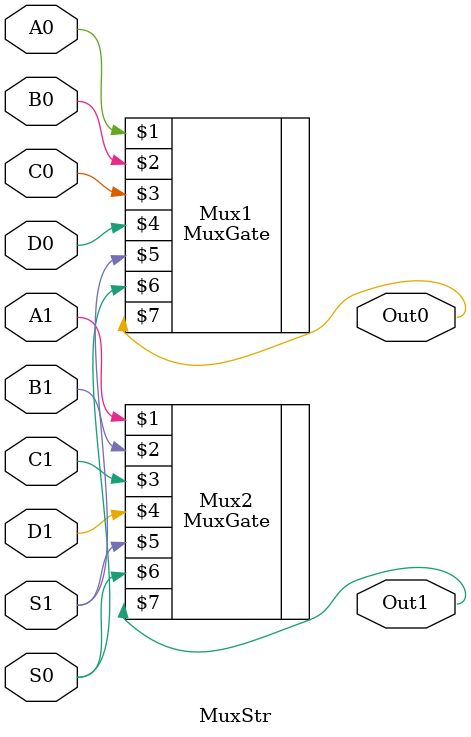
<source format=v>
`timescale 1 ns/1 ns

module MuxStr(A1, A0, B1, B0, C1, C0, D1, D0, S1, S0, Out1, Out0);
    
   input A1, A0, B1, B0, C1, C0, D1, D0, S1, S0;
   output Out1, Out0;

   MuxGate Mux1 (A0, B0, C0, D0, S1, S0, Out0);
   MuxGate Mux2 (A1, B1, C1, D1, S1, S0, Out1);

endmodule
</source>
